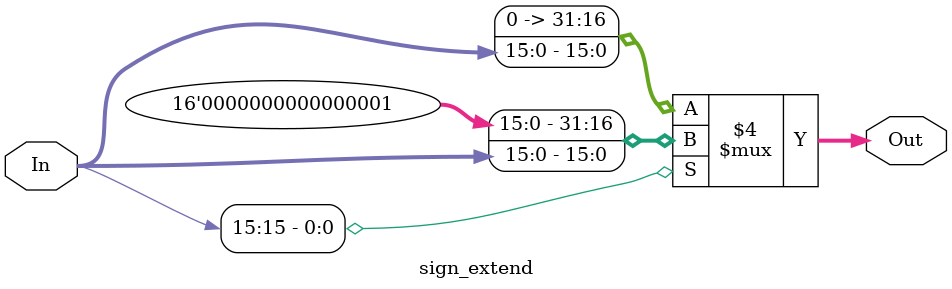
<source format=v>

module sign_extend(
    In,   // 16-bit input signal to be sign-extended
    Out   // 32-bit output signal after sign extension
);

//===========================================================
// Port Declarations
//===========================================================
input [15:0] In;      // 16-bit input signal
output reg [31:0] Out; // 32-bit output signal

//===========================================================
// Sign Extension Operation
//===========================================================
always @(*) begin
    if (In[15] == 1) begin
        Out <= {16'd1, In}; // Extend with 1s if sign bit is 1
    end
    else begin
        Out <= {16'd0, In}; // Extend with 0s if sign bit is 0
    end
end

endmodule

</source>
